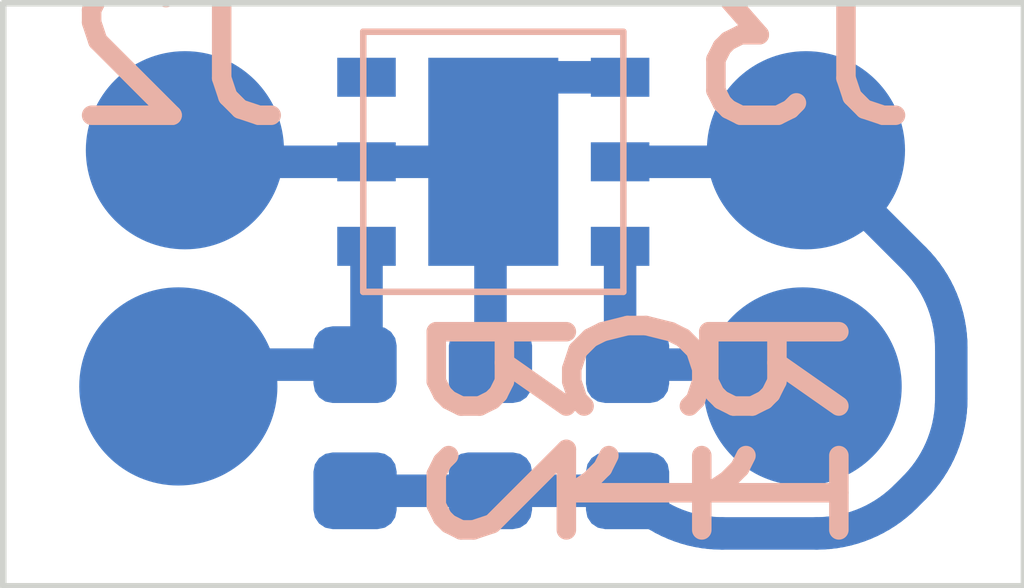
<source format=kicad_pcb>
(kicad_pcb (version 20171130) (host pcbnew 5.1.9+dfsg1-1~bpo10+1)

  (general
    (thickness 1.6)
    (drawings 4)
    (tracks 90)
    (zones 0)
    (modules 8)
    (nets 5)
  )

  (page A4 portrait)
  (layers
    (0 F.Cu signal)
    (31 B.Cu signal)
    (32 B.Adhes user)
    (33 F.Adhes user)
    (34 B.Paste user)
    (35 F.Paste user)
    (36 B.SilkS user hide)
    (37 F.SilkS user)
    (38 B.Mask user)
    (39 F.Mask user hide)
    (40 Dwgs.User user)
    (41 Cmts.User user)
    (42 Eco1.User user)
    (43 Eco2.User user)
    (44 Edge.Cuts user)
    (45 Margin user hide)
    (46 B.CrtYd user)
    (47 F.CrtYd user)
    (48 B.Fab user hide)
    (49 F.Fab user)
  )

  (setup
    (last_trace_width 0.25)
    (trace_clearance 0.2)
    (zone_clearance 0.508)
    (zone_45_only no)
    (trace_min 0.2)
    (via_size 0.8)
    (via_drill 0.4)
    (via_min_size 0.4)
    (via_min_drill 0.3)
    (uvia_size 0.3)
    (uvia_drill 0.1)
    (uvias_allowed no)
    (uvia_min_size 0.2)
    (uvia_min_drill 0.1)
    (edge_width 0.05)
    (segment_width 0.2)
    (pcb_text_width 0.3)
    (pcb_text_size 1.5 1.5)
    (mod_edge_width 0.12)
    (mod_text_size 1 1)
    (mod_text_width 0.15)
    (pad_size 1.524 1.524)
    (pad_drill 0.762)
    (pad_to_mask_clearance 0)
    (aux_axis_origin 0 0)
    (visible_elements FFFFFF7F)
    (pcbplotparams
      (layerselection 0x010fc_ffffffff)
      (usegerberextensions false)
      (usegerberattributes true)
      (usegerberadvancedattributes true)
      (creategerberjobfile true)
      (excludeedgelayer true)
      (linewidth 0.100000)
      (plotframeref false)
      (viasonmask false)
      (mode 1)
      (useauxorigin false)
      (hpglpennumber 1)
      (hpglpenspeed 20)
      (hpglpendiameter 15.000000)
      (psnegative false)
      (psa4output false)
      (plotreference true)
      (plotvalue true)
      (plotinvisibletext false)
      (padsonsilk false)
      (subtractmaskfromsilk false)
      (outputformat 1)
      (mirror false)
      (drillshape 1)
      (scaleselection 1)
      (outputdirectory ""))
  )

  (net 0 "")
  (net 1 "Net-(D1-Pad6)")
  (net 2 GND)
  (net 3 "Net-(D1-Pad1)")
  (net 4 "Net-(C1-Pad1)")

  (net_class Default "This is the default net class."
    (clearance 0.2)
    (trace_width 0.25)
    (via_dia 0.8)
    (via_drill 0.4)
    (uvia_dia 0.3)
    (uvia_drill 0.1)
    (add_net GND)
    (add_net "Net-(C1-Pad1)")
    (add_net "Net-(D1-Pad1)")
    (add_net "Net-(D1-Pad3)")
    (add_net "Net-(D1-Pad6)")
  )

  (module Capacitor_SMD:C_0402_1005Metric (layer B.Cu) (tedit 5B301BBE) (tstamp 6249AC5C)
    (at 47.1297 47.1678 90)
    (descr "Capacitor SMD 0402 (1005 Metric), square (rectangular) end terminal, IPC_7351 nominal, (Body size source: http://www.tortai-tech.com/upload/download/2011102023233369053.pdf), generated with kicad-footprint-generator")
    (tags capacitor)
    (path /6249AFED)
    (attr smd)
    (fp_text reference C1 (at 0 1.17 90) (layer B.SilkS)
      (effects (font (size 1 1) (thickness 0.15)) (justify mirror))
    )
    (fp_text value 0.1uF (at 0 -1.17 90) (layer B.Fab)
      (effects (font (size 1 1) (thickness 0.15)) (justify mirror))
    )
    (fp_line (start -0.5 -0.25) (end -0.5 0.25) (layer B.Fab) (width 0.1))
    (fp_line (start -0.5 0.25) (end 0.5 0.25) (layer B.Fab) (width 0.1))
    (fp_line (start 0.5 0.25) (end 0.5 -0.25) (layer B.Fab) (width 0.1))
    (fp_line (start 0.5 -0.25) (end -0.5 -0.25) (layer B.Fab) (width 0.1))
    (fp_line (start -0.93 -0.47) (end -0.93 0.47) (layer B.CrtYd) (width 0.05))
    (fp_line (start -0.93 0.47) (end 0.93 0.47) (layer B.CrtYd) (width 0.05))
    (fp_line (start 0.93 0.47) (end 0.93 -0.47) (layer B.CrtYd) (width 0.05))
    (fp_line (start 0.93 -0.47) (end -0.93 -0.47) (layer B.CrtYd) (width 0.05))
    (fp_text user %R (at 0 0 90) (layer B.Fab)
      (effects (font (size 0.25 0.25) (thickness 0.04)) (justify mirror))
    )
    (pad 2 smd roundrect (at 0.485 0 90) (size 0.59 0.64) (layers B.Cu B.Paste B.Mask) (roundrect_rratio 0.25)
      (net 2 GND))
    (pad 1 smd roundrect (at -0.485 0 90) (size 0.59 0.64) (layers B.Cu B.Paste B.Mask) (roundrect_rratio 0.25)
      (net 4 "Net-(C1-Pad1)"))
    (model ${KISYS3DMOD}/Capacitor_SMD.3dshapes/C_0402_1005Metric.wrl
      (at (xyz 0 0 0))
      (scale (xyz 1 1 1))
      (rotate (xyz 0 0 0))
    )
  )

  (module Resistor_SMD:R_0402_1005Metric (layer B.Cu) (tedit 5B301BBD) (tstamp 623B3A39)
    (at 46.0883 47.1678 90)
    (descr "Resistor SMD 0402 (1005 Metric), square (rectangular) end terminal, IPC_7351 nominal, (Body size source: http://www.tortai-tech.com/upload/download/2011102023233369053.pdf), generated with kicad-footprint-generator")
    (tags resistor)
    (path /623B6D0A)
    (attr smd)
    (fp_text reference R2 (at 0 1.17 90) (layer B.SilkS)
      (effects (font (size 1 1) (thickness 0.15)) (justify mirror))
    )
    (fp_text value 5.1k (at 0 -1.17 90) (layer B.Fab)
      (effects (font (size 1 1) (thickness 0.15)) (justify mirror))
    )
    (fp_line (start 0.93 -0.47) (end -0.93 -0.47) (layer B.CrtYd) (width 0.05))
    (fp_line (start 0.93 0.47) (end 0.93 -0.47) (layer B.CrtYd) (width 0.05))
    (fp_line (start -0.93 0.47) (end 0.93 0.47) (layer B.CrtYd) (width 0.05))
    (fp_line (start -0.93 -0.47) (end -0.93 0.47) (layer B.CrtYd) (width 0.05))
    (fp_line (start 0.5 -0.25) (end -0.5 -0.25) (layer B.Fab) (width 0.1))
    (fp_line (start 0.5 0.25) (end 0.5 -0.25) (layer B.Fab) (width 0.1))
    (fp_line (start -0.5 0.25) (end 0.5 0.25) (layer B.Fab) (width 0.1))
    (fp_line (start -0.5 -0.25) (end -0.5 0.25) (layer B.Fab) (width 0.1))
    (fp_text user %R (at 0 0 90) (layer B.Fab)
      (effects (font (size 0.25 0.25) (thickness 0.04)) (justify mirror))
    )
    (pad 2 smd roundrect (at 0.485 0 90) (size 0.59 0.64) (layers B.Cu B.Paste B.Mask) (roundrect_rratio 0.25)
      (net 3 "Net-(D1-Pad1)"))
    (pad 1 smd roundrect (at -0.485 0 90) (size 0.59 0.64) (layers B.Cu B.Paste B.Mask) (roundrect_rratio 0.25)
      (net 4 "Net-(C1-Pad1)"))
    (model ${KISYS3DMOD}/Resistor_SMD.3dshapes/R_0402_1005Metric.wrl
      (at (xyz 0 0 0))
      (scale (xyz 1 1 1))
      (rotate (xyz 0 0 0))
    )
  )

  (module Resistor_SMD:R_0402_1005Metric (layer B.Cu) (tedit 5B301BBD) (tstamp 623B3A2A)
    (at 48.1838 47.1678 90)
    (descr "Resistor SMD 0402 (1005 Metric), square (rectangular) end terminal, IPC_7351 nominal, (Body size source: http://www.tortai-tech.com/upload/download/2011102023233369053.pdf), generated with kicad-footprint-generator")
    (tags resistor)
    (path /623B3B8B)
    (attr smd)
    (fp_text reference R1 (at 0 1.17 90) (layer B.SilkS)
      (effects (font (size 1 1) (thickness 0.15)) (justify mirror))
    )
    (fp_text value 5.1k (at 0 -1.17 90) (layer B.Fab)
      (effects (font (size 1 1) (thickness 0.15)) (justify mirror))
    )
    (fp_line (start 0.93 -0.47) (end -0.93 -0.47) (layer B.CrtYd) (width 0.05))
    (fp_line (start 0.93 0.47) (end 0.93 -0.47) (layer B.CrtYd) (width 0.05))
    (fp_line (start -0.93 0.47) (end 0.93 0.47) (layer B.CrtYd) (width 0.05))
    (fp_line (start -0.93 -0.47) (end -0.93 0.47) (layer B.CrtYd) (width 0.05))
    (fp_line (start 0.5 -0.25) (end -0.5 -0.25) (layer B.Fab) (width 0.1))
    (fp_line (start 0.5 0.25) (end 0.5 -0.25) (layer B.Fab) (width 0.1))
    (fp_line (start -0.5 0.25) (end 0.5 0.25) (layer B.Fab) (width 0.1))
    (fp_line (start -0.5 -0.25) (end -0.5 0.25) (layer B.Fab) (width 0.1))
    (fp_text user %R (at 0 0 90) (layer B.Fab)
      (effects (font (size 0.25 0.25) (thickness 0.04)) (justify mirror))
    )
    (pad 2 smd roundrect (at 0.485 0 90) (size 0.59 0.64) (layers B.Cu B.Paste B.Mask) (roundrect_rratio 0.25)
      (net 1 "Net-(D1-Pad6)"))
    (pad 1 smd roundrect (at -0.485 0 90) (size 0.59 0.64) (layers B.Cu B.Paste B.Mask) (roundrect_rratio 0.25)
      (net 4 "Net-(C1-Pad1)"))
    (model ${KISYS3DMOD}/Resistor_SMD.3dshapes/R_0402_1005Metric.wrl
      (at (xyz 0 0 0))
      (scale (xyz 1 1 1))
      (rotate (xyz 0 0 0))
    )
  )

  (module My-library:TMP117 (layer B.Cu) (tedit 623AEEC2) (tstamp 623B35C0)
    (at 47.151401 45.1231)
    (path /623AF833)
    (fp_text reference D1 (at -0.1 -3.45) (layer B.SilkS)
      (effects (font (size 1 1) (thickness 0.15)) (justify mirror))
    )
    (fp_text value TMP117 (at 0.2 2.65) (layer B.Fab)
      (effects (font (size 1 1) (thickness 0.15)) (justify mirror))
    )
    (fp_line (start -1 -1) (end -1 1) (layer B.SilkS) (width 0.05))
    (fp_line (start 1 -1) (end -1 -1) (layer B.SilkS) (width 0.05))
    (fp_line (start 1 1) (end 1 -1) (layer B.SilkS) (width 0.05))
    (fp_line (start -1 1) (end 1 1) (layer B.SilkS) (width 0.05))
    (pad 7 smd custom (at 0 0) (size 1 1.6) (layers B.Cu B.Paste B.Mask)
      (net 2 GND) (zone_connect 0)
      (options (clearance outline) (anchor rect))
      (primitives
      ))
    (pad 6 smd rect (at 0.975 0.65) (size 0.45 0.3) (layers B.Cu B.Paste B.Mask)
      (net 1 "Net-(D1-Pad6)"))
    (pad 5 smd rect (at 0.975 0) (size 0.45 0.3) (layers B.Cu B.Paste B.Mask)
      (net 4 "Net-(C1-Pad1)"))
    (pad 4 smd rect (at 0.975 -0.65) (size 0.45 0.3) (layers B.Cu B.Paste B.Mask)
      (net 2 GND))
    (pad 3 smd rect (at -0.975 -0.65) (size 0.45 0.3) (layers B.Cu B.Paste B.Mask))
    (pad 2 smd rect (at -0.975 0) (size 0.45 0.3) (layers B.Cu B.Paste B.Mask)
      (net 2 GND))
    (pad 1 smd rect (at -0.975 0.65) (size 0.45 0.3) (layers B.Cu B.Paste B.Mask)
      (net 3 "Net-(D1-Pad1)"))
  )

  (module My-library:SMD-CONN (layer B.Cu) (tedit 5F4E134D) (tstamp 623B35EC)
    (at 44.7802 45.0342)
    (path /623B1419)
    (fp_text reference J4 (at 0 -2.54) (layer B.SilkS)
      (effects (font (size 1 1) (thickness 0.15)) (justify mirror))
    )
    (fp_text value GND (at 0 2.54) (layer B.Fab)
      (effects (font (size 1 1) (thickness 0.15)) (justify mirror))
    )
    (pad 1 smd circle (at 0 0) (size 1.524 1.524) (layers B.Cu B.Paste B.Mask)
      (net 2 GND))
  )

  (module My-library:SMD-CONN (layer B.Cu) (tedit 5F4E134D) (tstamp 623B35F8)
    (at 49.53 46.8503)
    (path /623B1137)
    (fp_text reference J3 (at 0 -2.54) (layer B.SilkS)
      (effects (font (size 1 1) (thickness 0.15)) (justify mirror))
    )
    (fp_text value SDA (at 0 2.54) (layer B.Fab)
      (effects (font (size 1 1) (thickness 0.15)) (justify mirror))
    )
    (pad 1 smd circle (at 0 0) (size 1.524 1.524) (layers B.Cu B.Paste B.Mask)
      (net 1 "Net-(D1-Pad6)"))
  )

  (module My-library:SMD-CONN (layer B.Cu) (tedit 5F4E134D) (tstamp 623B35E0)
    (at 44.7294 46.8503)
    (path /623B0F07)
    (fp_text reference J2 (at 0 -2.54) (layer B.SilkS)
      (effects (font (size 1 1) (thickness 0.15)) (justify mirror))
    )
    (fp_text value SCL (at 0 2.54) (layer B.Fab)
      (effects (font (size 1 1) (thickness 0.15)) (justify mirror))
    )
    (pad 1 smd circle (at 0 0) (size 1.524 1.524) (layers B.Cu B.Paste B.Mask)
      (net 3 "Net-(D1-Pad1)"))
  )

  (module My-library:SMD-CONN (layer B.Cu) (tedit 5F4E134D) (tstamp 623B3604)
    (at 49.5554 45.0342)
    (path /623B0AA1)
    (fp_text reference J1 (at 0 -2.54) (layer B.SilkS)
      (effects (font (size 1 1) (thickness 0.15)) (justify mirror))
    )
    (fp_text value Vcc (at 0 2.54) (layer B.Fab)
      (effects (font (size 1 1) (thickness 0.15)) (justify mirror))
    )
    (pad 1 smd circle (at 0 0) (size 1.524 1.524) (layers B.Cu B.Paste B.Mask)
      (net 4 "Net-(C1-Pad1)"))
  )

  (gr_line (start 43.3832 48.387) (end 43.3832 43.9039) (layer Edge.Cuts) (width 0.05))
  (gr_line (start 51.2318 48.387) (end 43.3832 48.387) (layer Edge.Cuts) (width 0.05))
  (gr_line (start 51.2318 43.9039) (end 51.2318 48.387) (layer Edge.Cuts) (width 0.05))
  (gr_line (start 43.3832 43.9039) (end 51.2318 43.9039) (layer Edge.Cuts) (width 0.05))

  (segment (start 48.126401 46.625401) (end 48.1838 46.6828) (width 0.25) (layer B.Cu) (net 1))
  (segment (start 48.126401 45.7731) (end 48.126401 46.625401) (width 0.25) (layer B.Cu) (net 1))
  (segment (start 49.3625 46.6828) (end 49.53 46.8503) (width 0.25) (layer B.Cu) (net 1))
  (segment (start 48.1838 46.6828) (end 49.3625 46.6828) (width 0.25) (layer B.Cu) (net 1))
  (segment (start 47.151401 45.1231) (end 47.151401 44.580699) (width 0.25) (layer B.Cu) (net 2))
  (segment (start 47.259 44.4731) (end 48.126401 44.4731) (width 0.25) (layer B.Cu) (net 2))
  (segment (start 47.151401 44.580699) (end 47.259 44.4731) (width 0.25) (layer B.Cu) (net 2))
  (segment (start 47.1297 45.144801) (end 47.151401 45.1231) (width 0.25) (layer B.Cu) (net 2))
  (segment (start 47.1297 46.6828) (end 47.1297 45.144801) (width 0.25) (layer B.Cu) (net 2))
  (segment (start 46.176401 45.1231) (end 47.151401 45.1231) (width 0.25) (layer B.Cu) (net 2))
  (segment (start 44.8691 45.1231) (end 44.7802 45.0342) (width 0.25) (layer B.Cu) (net 2))
  (segment (start 46.176401 45.1231) (end 44.8691 45.1231) (width 0.25) (layer B.Cu) (net 2))
  (segment (start 46.176401 46.581999) (end 46.0883 46.6701) (width 0.25) (layer B.Cu) (net 3))
  (segment (start 46.176401 46.594699) (end 46.0883 46.6828) (width 0.25) (layer B.Cu) (net 3))
  (segment (start 46.176401 45.7731) (end 46.176401 46.594699) (width 0.25) (layer B.Cu) (net 3))
  (segment (start 44.8969 46.6828) (end 44.7294 46.8503) (width 0.25) (layer B.Cu) (net 3))
  (segment (start 46.0883 46.6828) (end 44.8969 46.6828) (width 0.25) (layer B.Cu) (net 3))
  (segment (start 46.0883 47.6528) (end 47.1297 47.6528) (width 0.25) (layer B.Cu) (net 4))
  (segment (start 47.1297 47.6528) (end 48.1838 47.6528) (width 0.25) (layer B.Cu) (net 4))
  (segment (start 49.4665 45.1231) (end 49.5554 45.0342) (width 0.25) (layer B.Cu) (net 4))
  (segment (start 48.126401 45.1231) (end 49.4665 45.1231) (width 0.25) (layer B.Cu) (net 4))
  (segment (start 48.228757 47.697757) (end 48.1838 47.6528) (width 0.25) (layer B.Cu) (net 4))
  (segment (start 48.228757 47.697757) (end 48.263085 47.73044) (width 0.25) (layer B.Cu) (net 4) (tstamp 38C))
  (segment (start 48.263085 47.73044) (end 48.298975 47.761399) (width 0.25) (layer B.Cu) (net 4) (tstamp 38C))
  (segment (start 48.298975 47.761399) (end 48.336341 47.79056) (width 0.25) (layer B.Cu) (net 4) (tstamp 38C))
  (segment (start 48.336341 47.79056) (end 48.375093 47.817852) (width 0.25) (layer B.Cu) (net 4) (tstamp 38C))
  (segment (start 48.375093 47.817852) (end 48.415138 47.84321) (width 0.25) (layer B.Cu) (net 4) (tstamp 38C))
  (segment (start 48.415138 47.84321) (end 48.456378 47.866572) (width 0.25) (layer B.Cu) (net 4) (tstamp 38C))
  (segment (start 48.456378 47.866572) (end 48.498716 47.887883) (width 0.25) (layer B.Cu) (net 4) (tstamp 38C))
  (segment (start 48.498716 47.887883) (end 48.542048 47.907091) (width 0.25) (layer B.Cu) (net 4) (tstamp 38C))
  (segment (start 48.542048 47.907091) (end 48.58627 47.924149) (width 0.25) (layer B.Cu) (net 4) (tstamp 38C))
  (segment (start 48.58627 47.924149) (end 48.631276 47.939017) (width 0.25) (layer B.Cu) (net 4) (tstamp 38C))
  (segment (start 48.631276 47.939017) (end 48.676957 47.951659) (width 0.25) (layer B.Cu) (net 4) (tstamp 38C))
  (segment (start 48.676957 47.951659) (end 48.723204 47.962044) (width 0.25) (layer B.Cu) (net 4) (tstamp 38C))
  (segment (start 48.723204 47.962044) (end 48.769904 47.970147) (width 0.25) (layer B.Cu) (net 4) (tstamp 38C))
  (segment (start 48.769904 47.970147) (end 48.816946 47.975949) (width 0.25) (layer B.Cu) (net 4) (tstamp 38C))
  (segment (start 48.816946 47.975949) (end 48.864216 47.979436) (width 0.25) (layer B.Cu) (net 4) (tstamp 38C))
  (segment (start 48.864216 47.979436) (end 48.9116 47.9806) (width 0.25) (layer B.Cu) (net 4) (tstamp 38C))
  (segment (start 50.320842 47.697757) (end 50.286513 47.730439) (width 0.25) (layer B.Cu) (net 4) (tstamp 38C))
  (segment (start 50.286513 47.730439) (end 50.250623 47.761399) (width 0.25) (layer B.Cu) (net 4) (tstamp 38C))
  (segment (start 50.250623 47.761399) (end 50.213257 47.790559) (width 0.25) (layer B.Cu) (net 4) (tstamp 38C))
  (segment (start 50.213257 47.790559) (end 50.174505 47.817852) (width 0.25) (layer B.Cu) (net 4) (tstamp 38C))
  (segment (start 50.174505 47.817852) (end 50.13446 47.84321) (width 0.25) (layer B.Cu) (net 4) (tstamp 38C))
  (segment (start 50.13446 47.84321) (end 50.09322 47.866572) (width 0.25) (layer B.Cu) (net 4) (tstamp 38C))
  (segment (start 50.09322 47.866572) (end 50.050883 47.887883) (width 0.25) (layer B.Cu) (net 4) (tstamp 38C))
  (segment (start 50.050883 47.887883) (end 50.007551 47.907091) (width 0.25) (layer B.Cu) (net 4) (tstamp 38C))
  (segment (start 50.007551 47.907091) (end 49.963329 47.924149) (width 0.25) (layer B.Cu) (net 4) (tstamp 38C))
  (segment (start 49.963329 47.924149) (end 49.918323 47.939017) (width 0.25) (layer B.Cu) (net 4) (tstamp 38C))
  (segment (start 49.918323 47.939017) (end 49.872642 47.951659) (width 0.25) (layer B.Cu) (net 4) (tstamp 38C))
  (segment (start 49.872642 47.951659) (end 49.826395 47.962044) (width 0.25) (layer B.Cu) (net 4) (tstamp 38C))
  (segment (start 49.826395 47.962044) (end 49.779695 47.970147) (width 0.25) (layer B.Cu) (net 4) (tstamp 38C))
  (segment (start 49.779695 47.970147) (end 49.732653 47.975949) (width 0.25) (layer B.Cu) (net 4) (tstamp 38C))
  (segment (start 49.732653 47.975949) (end 49.685383 47.979436) (width 0.25) (layer B.Cu) (net 4) (tstamp 38C))
  (segment (start 49.685383 47.979436) (end 49.638 47.9806) (width 0.25) (layer B.Cu) (net 4) (tstamp 38C))
  (segment (start 49.638 47.9806) (end 48.9116 47.9806) (width 0.25) (layer B.Cu) (net 4))
  (segment (start 50.673 46.9456) (end 50.671835 46.992983) (width 0.25) (layer B.Cu) (net 4) (tstamp 38C))
  (segment (start 50.671835 46.992983) (end 50.668349 47.040253) (width 0.25) (layer B.Cu) (net 4) (tstamp 38C))
  (segment (start 50.668349 47.040253) (end 50.662547 47.087295) (width 0.25) (layer B.Cu) (net 4) (tstamp 38C))
  (segment (start 50.662547 47.087295) (end 50.654443 47.133995) (width 0.25) (layer B.Cu) (net 4) (tstamp 38C))
  (segment (start 50.654443 47.133995) (end 50.644058 47.180242) (width 0.25) (layer B.Cu) (net 4) (tstamp 38C))
  (segment (start 50.644058 47.180242) (end 50.631416 47.225923) (width 0.25) (layer B.Cu) (net 4) (tstamp 38C))
  (segment (start 50.631416 47.225923) (end 50.616548 47.270929) (width 0.25) (layer B.Cu) (net 4) (tstamp 38C))
  (segment (start 50.616548 47.270929) (end 50.59949 47.315151) (width 0.25) (layer B.Cu) (net 4) (tstamp 38C))
  (segment (start 50.59949 47.315151) (end 50.580282 47.358483) (width 0.25) (layer B.Cu) (net 4) (tstamp 38C))
  (segment (start 50.580282 47.358483) (end 50.558971 47.40082) (width 0.25) (layer B.Cu) (net 4) (tstamp 38C))
  (segment (start 50.558971 47.40082) (end 50.535609 47.442061) (width 0.25) (layer B.Cu) (net 4) (tstamp 38C))
  (segment (start 50.535609 47.442061) (end 50.510251 47.482105) (width 0.25) (layer B.Cu) (net 4) (tstamp 38C))
  (segment (start 50.510251 47.482105) (end 50.482959 47.520857) (width 0.25) (layer B.Cu) (net 4) (tstamp 38C))
  (segment (start 50.482959 47.520857) (end 50.453798 47.558223) (width 0.25) (layer B.Cu) (net 4) (tstamp 38C))
  (segment (start 50.453798 47.558223) (end 50.422838 47.594113) (width 0.25) (layer B.Cu) (net 4) (tstamp 38C))
  (segment (start 50.422838 47.594113) (end 50.390156 47.628442) (width 0.25) (layer B.Cu) (net 4) (tstamp 38C))
  (segment (start 50.390156 47.628442) (end 50.320842 47.697757) (width 0.25) (layer B.Cu) (net 4))
  (segment (start 50.390157 45.868957) (end 49.5554 45.0342) (width 0.25) (layer B.Cu) (net 4))
  (segment (start 50.390157 45.868957) (end 50.422839 45.903285) (width 0.25) (layer B.Cu) (net 4) (tstamp 38C))
  (segment (start 50.422839 45.903285) (end 50.453798 45.939175) (width 0.25) (layer B.Cu) (net 4) (tstamp 38C))
  (segment (start 50.453798 45.939175) (end 50.482959 45.976542) (width 0.25) (layer B.Cu) (net 4) (tstamp 38C))
  (segment (start 50.482959 45.976542) (end 50.510251 46.015294) (width 0.25) (layer B.Cu) (net 4) (tstamp 38C))
  (segment (start 50.510251 46.015294) (end 50.535609 46.055338) (width 0.25) (layer B.Cu) (net 4) (tstamp 38C))
  (segment (start 50.535609 46.055338) (end 50.558972 46.096579) (width 0.25) (layer B.Cu) (net 4) (tstamp 38C))
  (segment (start 50.558972 46.096579) (end 50.580282 46.138916) (width 0.25) (layer B.Cu) (net 4) (tstamp 38C))
  (segment (start 50.580282 46.138916) (end 50.59949 46.182248) (width 0.25) (layer B.Cu) (net 4) (tstamp 38C))
  (segment (start 50.59949 46.182248) (end 50.616548 46.22647) (width 0.25) (layer B.Cu) (net 4) (tstamp 38C))
  (segment (start 50.616548 46.22647) (end 50.631416 46.271476) (width 0.25) (layer B.Cu) (net 4) (tstamp 38C))
  (segment (start 50.631416 46.271476) (end 50.644058 46.317157) (width 0.25) (layer B.Cu) (net 4) (tstamp 38C))
  (segment (start 50.644058 46.317157) (end 50.654443 46.363404) (width 0.25) (layer B.Cu) (net 4) (tstamp 38C))
  (segment (start 50.654443 46.363404) (end 50.662546 46.410104) (width 0.25) (layer B.Cu) (net 4) (tstamp 38C))
  (segment (start 50.662546 46.410104) (end 50.668348 46.457146) (width 0.25) (layer B.Cu) (net 4) (tstamp 38C))
  (segment (start 50.668348 46.457146) (end 50.671835 46.504416) (width 0.25) (layer B.Cu) (net 4) (tstamp 38C))
  (segment (start 50.671835 46.504416) (end 50.673 46.5518) (width 0.25) (layer B.Cu) (net 4) (tstamp 38C))
  (segment (start 50.673 46.5518) (end 50.673 46.9456) (width 0.25) (layer B.Cu) (net 4))

)

</source>
